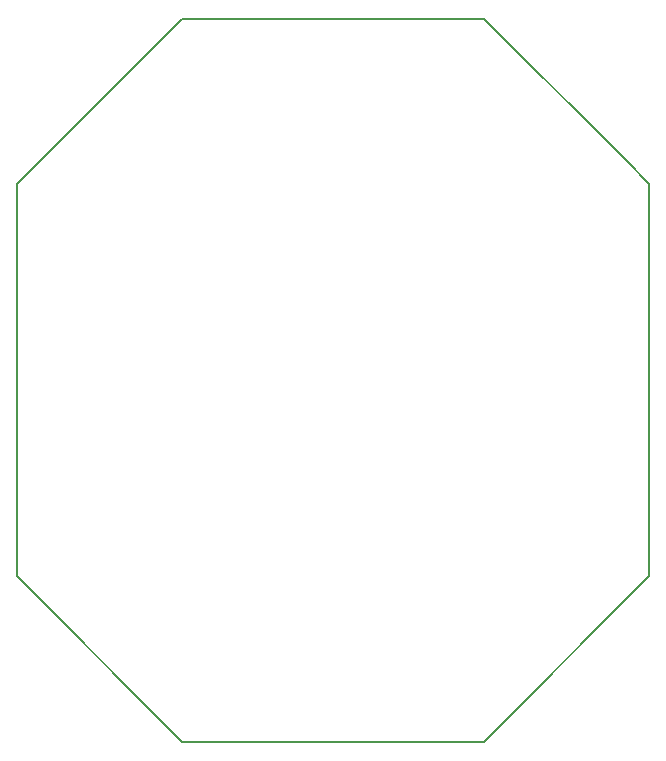
<source format=gko>
G04*
G04 #@! TF.GenerationSoftware,Altium Limited,Altium Designer,23.8.1 (32)*
G04*
G04 Layer_Color=16711935*
%FSLAX44Y44*%
%MOMM*%
G71*
G04*
G04 #@! TF.SameCoordinates,30061C5B-BE2C-44CF-A243-5EA776C9CE0C*
G04*
G04*
G04 #@! TF.FilePolarity,Positive*
G04*
G01*
G75*
%ADD13C,0.2000*%
D13*
X-267650Y-166075D02*
Y166075D01*
Y-166075D02*
X-127650Y-306075D01*
X-267650Y166075D02*
X-127650Y306075D01*
X267650Y-166075D02*
Y166075D01*
X127650Y-306075D02*
X267650Y-166075D01*
X-127650Y-306075D02*
X127650D01*
X-127650Y306075D02*
X127650D01*
X247650Y186075D01*
X267650Y166075D01*
M02*

</source>
